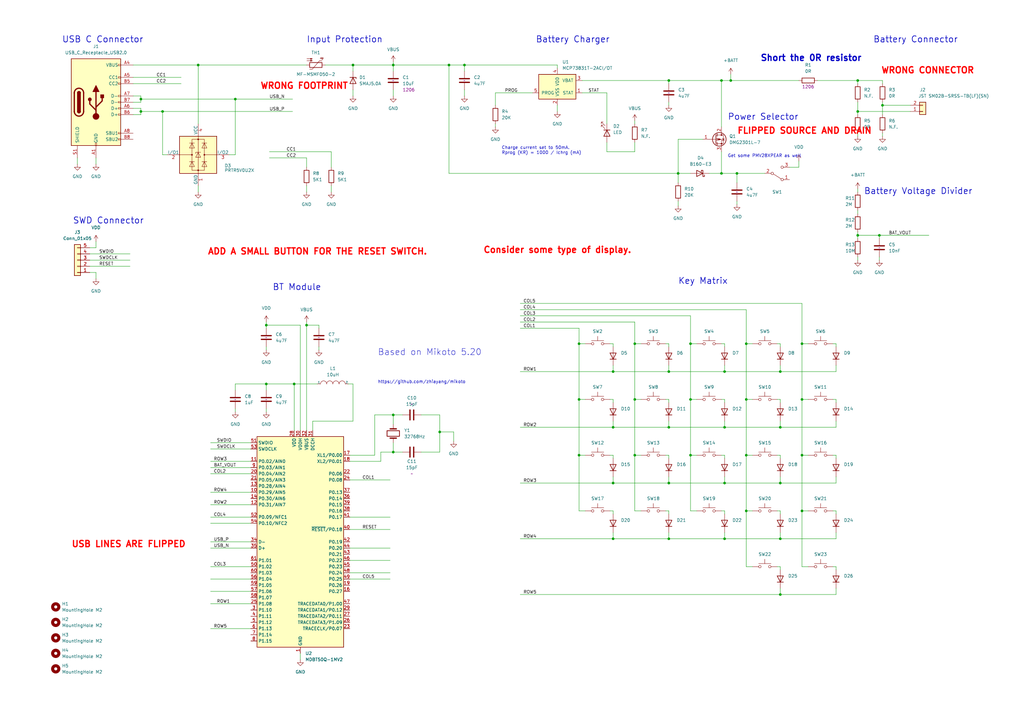
<source format=kicad_sch>
(kicad_sch (version 20230121) (generator eeschema)
  (paper "A3")
  (junction (at 306.07 140.97))
  (junction (at 283.21 163.83))
  (junction (at 320.04 243.84))
  (junction (at 144.78 26.67))
  (junction (at 260.35 140.97))
  (junction (at 328.93 209.55))
  (junction (at 297.18 175.26))
  (junction (at 328.93 163.83))
  (junction (at 66.675 45.72))
  (junction (at 320.04 152.4))
  (junction (at 274.32 152.4))
  (junction (at 295.91 33.02))
  (junction (at 96.52 40.64))
  (junction (at 57.785 45.72))
  (junction (at 306.07 209.55))
  (junction (at 109.22 133.35))
  (junction (at 283.21 140.97))
  (junction (at 295.91 71.12))
  (junction (at 361.95 43.18))
  (junction (at 260.35 163.83))
  (junction (at 161.29 170.18))
  (junction (at 237.49 140.97))
  (junction (at 57.785 40.64))
  (junction (at 274.32 220.98))
  (junction (at 360.68 96.52))
  (junction (at 320.04 198.12))
  (junction (at 251.46 152.4))
  (junction (at 351.79 45.72))
  (junction (at 274.32 198.12))
  (junction (at 351.79 96.52))
  (junction (at 320.04 175.26))
  (junction (at 328.93 140.97))
  (junction (at 180.34 177.165))
  (junction (at 251.46 220.98))
  (junction (at 184.15 26.67))
  (junction (at 299.72 33.02))
  (junction (at 297.18 220.98))
  (junction (at 297.18 152.4))
  (junction (at 306.07 163.83))
  (junction (at 297.18 198.12))
  (junction (at 161.29 185.42))
  (junction (at 260.35 186.69))
  (junction (at 351.79 33.02))
  (junction (at 278.13 71.12))
  (junction (at 328.93 186.69))
  (junction (at 125.73 133.35))
  (junction (at 237.49 163.83))
  (junction (at 320.04 220.98))
  (junction (at 283.21 186.69))
  (junction (at 274.32 33.02))
  (junction (at 274.32 175.26))
  (junction (at 120.65 157.48))
  (junction (at 237.49 186.69))
  (junction (at 81.28 26.67))
  (junction (at 302.26 71.12))
  (junction (at 109.22 157.48))
  (junction (at 251.46 175.26))
  (junction (at 161.29 26.67))
  (junction (at 190.5 26.67))
  (junction (at 306.07 186.69))
  (junction (at 251.46 198.12))
  (wire (pts (xy 306.07 186.69) (xy 308.61 186.69)))
  (wire (pts (xy 143.51 212.09) (xy 160.02 212.09)))
  (wire (pts (xy 328.93 232.41) (xy 328.93 209.55)))
  (wire (pts (xy 54.61 44.45) (xy 57.785 44.45)))
  (wire (pts (xy 66.675 45.72) (xy 66.675 63.5)))
  (wire (pts (xy 250.19 163.83) (xy 251.46 163.83)))
  (wire (pts (xy 341.63 209.55) (xy 342.9 209.55)))
  (wire (pts (xy 283.21 186.69) (xy 285.75 186.69)))
  (wire (pts (xy 172.72 185.42) (xy 180.34 185.42)))
  (wire (pts (xy 86.36 224.79) (xy 102.87 224.79)))
  (wire (pts (xy 351.79 95.25) (xy 351.79 96.52)))
  (wire (pts (xy 251.46 186.69) (xy 251.46 187.96)))
  (wire (pts (xy 342.9 163.83) (xy 342.9 165.1)))
  (wire (pts (xy 93.98 63.5) (xy 96.52 63.5)))
  (wire (pts (xy 248.92 58.42) (xy 248.92 62.23)))
  (wire (pts (xy 295.91 209.55) (xy 297.18 209.55)))
  (wire (pts (xy 133.35 26.67) (xy 144.78 26.67)))
  (wire (pts (xy 130.81 142.24) (xy 130.81 143.51)))
  (wire (pts (xy 360.68 105.41) (xy 360.68 106.68)))
  (wire (pts (xy 57.785 45.72) (xy 66.675 45.72)))
  (wire (pts (xy 320.04 209.55) (xy 320.04 210.82)))
  (wire (pts (xy 295.91 33.02) (xy 295.91 52.07)))
  (wire (pts (xy 237.49 186.69) (xy 240.03 186.69)))
  (wire (pts (xy 86.36 181.61) (xy 102.87 181.61)))
  (wire (pts (xy 342.9 195.58) (xy 342.9 198.12)))
  (wire (pts (xy 342.9 218.44) (xy 342.9 220.98)))
  (wire (pts (xy 123.19 133.35) (xy 123.19 176.53)))
  (wire (pts (xy 250.19 186.69) (xy 251.46 186.69)))
  (wire (pts (xy 109.22 157.48) (xy 109.22 160.02)))
  (wire (pts (xy 273.05 186.69) (xy 274.32 186.69)))
  (wire (pts (xy 274.32 220.98) (xy 297.18 220.98)))
  (wire (pts (xy 130.81 133.35) (xy 130.81 134.62)))
  (wire (pts (xy 295.91 186.69) (xy 297.18 186.69)))
  (wire (pts (xy 320.04 175.26) (xy 342.9 175.26)))
  (wire (pts (xy 273.05 209.55) (xy 274.32 209.55)))
  (wire (pts (xy 295.91 71.12) (xy 302.26 71.12)))
  (wire (pts (xy 125.73 68.58) (xy 125.73 64.77)))
  (wire (pts (xy 81.28 76.2) (xy 81.28 78.74)))
  (wire (pts (xy 54.61 31.75) (xy 74.295 31.75)))
  (wire (pts (xy 39.37 111.76) (xy 39.37 114.3)))
  (wire (pts (xy 66.675 45.72) (xy 120.015 45.72)))
  (wire (pts (xy 331.47 232.41) (xy 328.93 232.41)))
  (wire (pts (xy 36.83 111.76) (xy 39.37 111.76)))
  (wire (pts (xy 135.89 76.2) (xy 135.89 78.74)))
  (wire (pts (xy 161.29 181.61) (xy 161.29 185.42)))
  (wire (pts (xy 237.49 140.97) (xy 240.03 140.97)))
  (wire (pts (xy 228.6 43.18) (xy 228.6 45.72)))
  (wire (pts (xy 327.66 68.58) (xy 327.66 66.04)))
  (wire (pts (xy 184.15 26.67) (xy 190.5 26.67)))
  (wire (pts (xy 86.36 194.31) (xy 102.87 194.31)))
  (wire (pts (xy 240.03 209.55) (xy 237.49 209.55)))
  (wire (pts (xy 36.83 104.14) (xy 53.34 104.14)))
  (wire (pts (xy 86.36 191.77) (xy 102.87 191.77)))
  (wire (pts (xy 260.35 163.83) (xy 262.89 163.83)))
  (wire (pts (xy 251.46 175.26) (xy 251.46 172.72)))
  (wire (pts (xy 161.29 26.67) (xy 161.29 29.21)))
  (wire (pts (xy 320.04 241.3) (xy 320.04 243.84)))
  (wire (pts (xy 318.77 186.69) (xy 320.04 186.69)))
  (wire (pts (xy 248.92 62.23) (xy 260.35 62.23)))
  (wire (pts (xy 86.36 207.01) (xy 102.87 207.01)))
  (wire (pts (xy 86.36 222.25) (xy 102.87 222.25)))
  (wire (pts (xy 120.65 157.48) (xy 130.175 157.48)))
  (wire (pts (xy 125.73 133.35) (xy 125.73 176.53)))
  (wire (pts (xy 318.77 209.55) (xy 320.04 209.55)))
  (wire (pts (xy 109.22 142.24) (xy 109.22 143.51)))
  (wire (pts (xy 251.46 140.97) (xy 251.46 142.24)))
  (wire (pts (xy 260.35 140.97) (xy 260.35 132.08)))
  (wire (pts (xy 274.32 172.72) (xy 274.32 175.26)))
  (wire (pts (xy 285.75 209.55) (xy 283.21 209.55)))
  (wire (pts (xy 86.36 184.15) (xy 102.87 184.15)))
  (wire (pts (xy 213.36 198.12) (xy 251.46 198.12)))
  (wire (pts (xy 320.04 172.72) (xy 320.04 175.26)))
  (wire (pts (xy 361.95 43.18) (xy 361.95 46.99)))
  (wire (pts (xy 251.46 220.98) (xy 251.46 218.44)))
  (wire (pts (xy 288.29 57.15) (xy 278.13 57.15)))
  (wire (pts (xy 86.36 257.81) (xy 102.87 257.81)))
  (wire (pts (xy 308.61 232.41) (xy 306.07 232.41)))
  (wire (pts (xy 283.21 163.83) (xy 283.21 186.69)))
  (wire (pts (xy 142.875 157.48) (xy 144.78 157.48)))
  (wire (pts (xy 57.785 45.72) (xy 57.785 46.99)))
  (wire (pts (xy 341.63 163.83) (xy 342.9 163.83)))
  (wire (pts (xy 297.18 186.69) (xy 297.18 187.96)))
  (wire (pts (xy 351.79 96.52) (xy 360.68 96.52)))
  (wire (pts (xy 274.32 209.55) (xy 274.32 210.82)))
  (wire (pts (xy 143.51 189.23) (xy 156.21 189.23)))
  (wire (pts (xy 213.36 175.26) (xy 251.46 175.26)))
  (wire (pts (xy 203.2 38.1) (xy 203.2 43.18)))
  (wire (pts (xy 283.21 140.97) (xy 283.21 163.83)))
  (wire (pts (xy 328.93 163.83) (xy 331.47 163.83)))
  (wire (pts (xy 351.79 77.47) (xy 351.79 78.74)))
  (wire (pts (xy 251.46 209.55) (xy 251.46 210.82)))
  (wire (pts (xy 306.07 140.97) (xy 306.07 127)))
  (wire (pts (xy 161.29 185.42) (xy 156.21 185.42)))
  (wire (pts (xy 184.15 71.12) (xy 184.15 26.67)))
  (wire (pts (xy 39.37 64.77) (xy 39.37 67.31)))
  (wire (pts (xy 86.36 212.09) (xy 102.87 212.09)))
  (wire (pts (xy 96.52 40.64) (xy 96.52 63.5)))
  (wire (pts (xy 342.9 232.41) (xy 342.9 233.68)))
  (wire (pts (xy 109.22 133.35) (xy 123.19 133.35)))
  (wire (pts (xy 306.07 232.41) (xy 306.07 209.55)))
  (wire (pts (xy 274.32 33.02) (xy 295.91 33.02)))
  (wire (pts (xy 306.07 163.83) (xy 306.07 186.69)))
  (wire (pts (xy 297.18 152.4) (xy 320.04 152.4)))
  (wire (pts (xy 81.28 26.67) (xy 81.28 50.8)))
  (wire (pts (xy 260.35 186.69) (xy 262.89 186.69)))
  (wire (pts (xy 186.055 177.165) (xy 186.055 180.975)))
  (wire (pts (xy 144.78 26.67) (xy 144.78 29.21)))
  (wire (pts (xy 237.49 163.83) (xy 240.03 163.83)))
  (wire (pts (xy 320.04 140.97) (xy 320.04 142.24)))
  (wire (pts (xy 295.91 163.83) (xy 297.18 163.83)))
  (wire (pts (xy 237.49 140.97) (xy 237.49 163.83)))
  (wire (pts (xy 96.52 160.02) (xy 96.52 157.48)))
  (wire (pts (xy 54.61 34.29) (xy 74.295 34.29)))
  (wire (pts (xy 320.04 232.41) (xy 320.04 233.68)))
  (wire (pts (xy 36.83 101.6) (xy 39.37 101.6)))
  (wire (pts (xy 144.78 26.67) (xy 161.29 26.67)))
  (wire (pts (xy 86.36 214.63) (xy 102.87 214.63)))
  (wire (pts (xy 228.6 26.67) (xy 228.6 27.94)))
  (wire (pts (xy 86.36 237.49) (xy 102.87 237.49)))
  (wire (pts (xy 251.46 152.4) (xy 274.32 152.4)))
  (wire (pts (xy 86.36 247.65) (xy 102.87 247.65)))
  (wire (pts (xy 290.83 71.12) (xy 295.91 71.12)))
  (wire (pts (xy 299.72 30.48) (xy 299.72 33.02)))
  (wire (pts (xy 274.32 140.97) (xy 274.32 142.24)))
  (wire (pts (xy 297.18 198.12) (xy 320.04 198.12)))
  (wire (pts (xy 274.32 218.44) (xy 274.32 220.98)))
  (wire (pts (xy 36.83 109.22) (xy 53.34 109.22)))
  (wire (pts (xy 86.36 242.57) (xy 102.87 242.57)))
  (wire (pts (xy 283.21 186.69) (xy 283.21 209.55)))
  (wire (pts (xy 273.05 140.97) (xy 274.32 140.97)))
  (wire (pts (xy 278.13 71.12) (xy 278.13 74.93)))
  (wire (pts (xy 161.29 26.67) (xy 184.15 26.67)))
  (wire (pts (xy 331.47 209.55) (xy 328.93 209.55)))
  (wire (pts (xy 165.1 185.42) (xy 161.29 185.42)))
  (wire (pts (xy 297.18 149.86) (xy 297.18 152.4)))
  (wire (pts (xy 31.75 64.77) (xy 31.75 67.31)))
  (wire (pts (xy 153.67 170.18) (xy 161.29 170.18)))
  (wire (pts (xy 125.73 132.08) (xy 125.73 133.35)))
  (wire (pts (xy 57.785 40.64) (xy 96.52 40.64)))
  (wire (pts (xy 323.85 68.58) (xy 327.66 68.58)))
  (wire (pts (xy 128.27 172.72) (xy 128.27 176.53)))
  (wire (pts (xy 110.49 64.77) (xy 125.73 64.77)))
  (wire (pts (xy 361.95 43.18) (xy 373.38 43.18)))
  (wire (pts (xy 320.04 195.58) (xy 320.04 198.12)))
  (wire (pts (xy 318.77 140.97) (xy 320.04 140.97)))
  (wire (pts (xy 341.63 232.41) (xy 342.9 232.41)))
  (wire (pts (xy 318.77 232.41) (xy 320.04 232.41)))
  (wire (pts (xy 361.95 55.88) (xy 361.95 54.61)))
  (wire (pts (xy 360.68 96.52) (xy 381 96.52)))
  (wire (pts (xy 180.34 170.18) (xy 172.72 170.18)))
  (wire (pts (xy 274.32 149.86) (xy 274.32 152.4)))
  (wire (pts (xy 299.72 33.02) (xy 327.66 33.02)))
  (wire (pts (xy 251.46 163.83) (xy 251.46 165.1)))
  (wire (pts (xy 156.21 185.42) (xy 156.21 189.23)))
  (wire (pts (xy 274.32 33.02) (xy 274.32 34.29)))
  (wire (pts (xy 297.18 209.55) (xy 297.18 210.82)))
  (wire (pts (xy 250.19 209.55) (xy 251.46 209.55)))
  (wire (pts (xy 213.36 127) (xy 306.07 127)))
  (wire (pts (xy 297.18 218.44) (xy 297.18 220.98)))
  (wire (pts (xy 120.65 157.48) (xy 120.65 176.53)))
  (wire (pts (xy 54.61 39.37) (xy 57.785 39.37)))
  (wire (pts (xy 110.49 62.23) (xy 135.89 62.23)))
  (wire (pts (xy 213.36 132.08) (xy 260.35 132.08)))
  (wire (pts (xy 351.79 96.52) (xy 351.79 97.79)))
  (wire (pts (xy 351.79 45.72) (xy 351.79 46.99)))
  (wire (pts (xy 86.36 232.41) (xy 102.87 232.41)))
  (wire (pts (xy 68.58 63.5) (xy 66.675 63.5)))
  (wire (pts (xy 251.46 175.26) (xy 274.32 175.26)))
  (wire (pts (xy 260.35 140.97) (xy 262.89 140.97)))
  (wire (pts (xy 190.5 26.67) (xy 190.5 29.21)))
  (wire (pts (xy 306.07 140.97) (xy 306.07 163.83)))
  (wire (pts (xy 342.9 140.97) (xy 342.9 142.24)))
  (wire (pts (xy 320.04 198.12) (xy 342.9 198.12)))
  (wire (pts (xy 297.18 220.98) (xy 320.04 220.98)))
  (wire (pts (xy 320.04 220.98) (xy 342.9 220.98)))
  (wire (pts (xy 144.78 172.72) (xy 128.27 172.72)))
  (wire (pts (xy 306.07 140.97) (xy 308.61 140.97)))
  (wire (pts (xy 274.32 195.58) (xy 274.32 198.12)))
  (wire (pts (xy 328.93 140.97) (xy 328.93 124.46)))
  (wire (pts (xy 302.26 71.12) (xy 313.69 71.12)))
  (wire (pts (xy 297.18 175.26) (xy 320.04 175.26)))
  (wire (pts (xy 297.18 140.97) (xy 297.18 142.24)))
  (wire (pts (xy 302.26 71.12) (xy 302.26 74.93)))
  (wire (pts (xy 39.37 99.06) (xy 39.37 101.6)))
  (wire (pts (xy 361.95 33.02) (xy 361.95 34.29)))
  (wire (pts (xy 320.04 186.69) (xy 320.04 187.96)))
  (wire (pts (xy 251.46 152.4) (xy 251.46 149.86)))
  (wire (pts (xy 278.13 71.12) (xy 283.21 71.12)))
  (wire (pts (xy 135.89 62.23) (xy 135.89 68.58)))
  (wire (pts (xy 297.18 195.58) (xy 297.18 198.12)))
  (wire (pts (xy 237.49 140.97) (xy 237.49 134.62)))
  (wire (pts (xy 351.79 41.91) (xy 351.79 45.72)))
  (wire (pts (xy 109.22 167.64) (xy 109.22 168.91)))
  (wire (pts (xy 274.32 186.69) (xy 274.32 187.96)))
  (wire (pts (xy 109.22 133.35) (xy 109.22 134.62)))
  (wire (pts (xy 161.29 170.18) (xy 161.29 173.99)))
  (wire (pts (xy 328.93 163.83) (xy 328.93 186.69)))
  (wire (pts (xy 335.28 33.02) (xy 351.79 33.02)))
  (wire (pts (xy 180.34 177.165) (xy 186.055 177.165)))
  (wire (pts (xy 260.35 62.23) (xy 260.35 58.42)))
  (wire (pts (xy 260.35 140.97) (xy 260.35 163.83)))
  (wire (pts (xy 274.32 198.12) (xy 297.18 198.12)))
  (wire (pts (xy 213.36 243.84) (xy 320.04 243.84)))
  (wire (pts (xy 251.46 198.12) (xy 274.32 198.12)))
  (wire (pts (xy 161.29 170.18) (xy 165.1 170.18)))
  (wire (pts (xy 54.61 46.99) (xy 57.785 46.99)))
  (wire (pts (xy 238.76 33.02) (xy 274.32 33.02)))
  (wire (pts (xy 161.29 36.83) (xy 161.29 39.37)))
  (wire (pts (xy 351.79 86.36) (xy 351.79 87.63)))
  (wire (pts (xy 351.79 45.72) (xy 373.38 45.72)))
  (wire (pts (xy 218.44 38.1) (xy 203.2 38.1)))
  (wire (pts (xy 86.36 201.93) (xy 102.87 201.93)))
  (wire (pts (xy 153.67 186.69) (xy 153.67 170.18)))
  (wire (pts (xy 251.46 198.12) (xy 251.46 195.58)))
  (wire (pts (xy 342.9 186.69) (xy 342.9 187.96)))
  (wire (pts (xy 190.5 26.67) (xy 228.6 26.67)))
  (wire (pts (xy 328.93 186.69) (xy 331.47 186.69)))
  (wire (pts (xy 351.79 54.61) (xy 351.79 55.88)))
  (wire (pts (xy 143.51 234.95) (xy 160.02 234.95)))
  (wire (pts (xy 144.78 36.83) (xy 144.78 39.37)))
  (wire (pts (xy 130.81 133.35) (xy 125.73 133.35)))
  (wire (pts (xy 278.13 71.12) (xy 184.15 71.12)))
  (wire (pts (xy 297.18 172.72) (xy 297.18 175.26)))
  (wire (pts (xy 320.04 149.86) (xy 320.04 152.4)))
  (wire (pts (xy 143.51 217.17) (xy 160.02 217.17)))
  (wire (pts (xy 260.35 50.8) (xy 260.35 49.53)))
  (wire (pts (xy 306.07 163.83) (xy 308.61 163.83)))
  (wire (pts (xy 125.73 76.2) (xy 125.73 78.74)))
  (wire (pts (xy 274.32 41.91) (xy 274.32 43.18)))
  (wire (pts (xy 274.32 152.4) (xy 297.18 152.4)))
  (wire (pts (xy 250.19 140.97) (xy 251.46 140.97)))
  (wire (pts (xy 274.32 175.26) (xy 297.18 175.26)))
  (wire (pts (xy 180.34 170.18) (xy 180.34 177.165)))
  (wire (pts (xy 260.35 186.69) (xy 260.35 209.55)))
  (wire (pts (xy 278.13 57.15) (xy 278.13 71.12)))
  (wire (pts (xy 295.91 140.97) (xy 297.18 140.97)))
  (wire (pts (xy 295.91 33.02) (xy 299.72 33.02)))
  (wire (pts (xy 361.95 41.91) (xy 361.95 43.18)))
  (wire (pts (xy 180.34 177.165) (xy 180.34 185.42)))
  (wire (pts (xy 109.22 157.48) (xy 120.65 157.48)))
  (wire (pts (xy 320.04 218.44) (xy 320.04 220.98)))
  (wire (pts (xy 283.21 140.97) (xy 283.21 129.54)))
  (wire (pts (xy 342.9 172.72) (xy 342.9 175.26)))
  (wire (pts (xy 96.52 167.64) (xy 96.52 168.91)))
  (wire (pts (xy 302.26 82.55) (xy 302.26 83.82)))
  (wire (pts (xy 273.05 163.83) (xy 274.32 163.83)))
  (wire (pts (xy 360.68 96.52) (xy 360.68 97.79)))
  (wire (pts (xy 36.83 106.68) (xy 53.34 106.68)))
  (wire (pts (xy 109.22 132.08) (xy 109.22 133.35)))
  (wire (pts (xy 295.91 71.12) (xy 295.91 62.23)))
  (wire (pts (xy 328.93 140.97) (xy 331.47 140.97)))
  (wire (pts (xy 320.04 163.83) (xy 320.04 165.1)))
  (wire (pts (xy 341.63 140.97) (xy 342.9 140.97)))
  (wire (pts (xy 320.04 243.84) (xy 342.9 243.84)))
  (wire (pts (xy 213.36 152.4) (xy 251.46 152.4)))
  (wire (pts (xy 328.93 140.97) (xy 328.93 163.83)))
  (wire (pts (xy 81.28 26.67) (xy 125.73 26.67)))
  (wire (pts (xy 328.93 186.69) (xy 328.93 209.55)))
  (wire (pts (xy 342.9 149.86) (xy 342.9 152.4)))
  (wire (pts (xy 351.79 33.02) (xy 361.95 33.02)))
  (wire (pts (xy 237.49 163.83) (xy 237.49 186.69)))
  (wire (pts (xy 283.21 140.97) (xy 285.75 140.97)))
  (wire (pts (xy 86.36 189.23) (xy 102.87 189.23)))
  (wire (pts (xy 318.77 163.83) (xy 320.04 163.83)))
  (wire (pts (xy 161.29 25.4) (xy 161.29 26.67)))
  (wire (pts (xy 342.9 209.55) (xy 342.9 210.82)))
  (wire (pts (xy 351.79 105.41) (xy 351.79 106.68)))
  (wire (pts (xy 308.61 209.55) (xy 306.07 209.55)))
  (wire (pts (xy 57.785 39.37) (xy 57.785 40.64)))
  (wire (pts (xy 213.36 129.54) (xy 283.21 129.54)))
  (wire (pts (xy 278.13 82.55) (xy 278.13 84.455)))
  (wire (pts (xy 96.52 157.48) (xy 109.22 157.48)))
  (wire (pts (xy 143.51 229.87) (xy 160.02 229.87)))
  (wire (pts (xy 251.46 220.98) (xy 274.32 220.98)))
  (wire (pts (xy 237.49 186.69) (xy 237.49 209.55)))
  (wire (pts (xy 57.785 40.64) (xy 57.785 41.91)))
  (wire (pts (xy 57.785 44.45) (xy 57.785 45.72)))
  (wire (pts (xy 144.78 157.48) (xy 144.78 172.72)))
  (wire (pts (xy 213.36 124.46) (xy 328.93 124.46)))
  (wire (pts (xy 260.35 163.83) (xy 260.35 186.69)))
  (wire (pts (xy 54.61 41.91) (xy 57.785 41.91)))
  (wire (pts (xy 351.79 33.02) (xy 351.79 34.29)))
  (wire (pts (xy 190.5 36.83) (xy 190.5 39.37)))
  (wire (pts (xy 306.07 186.69) (xy 306.07 209.55)))
  (wire (pts (xy 341.63 186.69) (xy 342.9 186.69)))
  (wire (pts (xy 123.19 270.51) (xy 123.19 267.97)))
  (wire (pts (xy 96.52 40.64) (xy 120.015 40.64)))
  (wire (pts (xy 143.51 237.49) (xy 160.02 237.49)))
  (wire (pts (xy 274.32 163.83) (xy 274.32 165.1)))
  (wire (pts (xy 297.18 163.83) (xy 297.18 165.1)))
  (wire (pts (xy 238.76 38.1) (xy 248.92 38.1)))
  (wire (pts (xy 143.51 224.79) (xy 160.02 224.79)))
  (wire (pts (xy 213.36 220.98) (xy 251.46 220.98)))
  (wire (pts (xy 283.21 163.83) (xy 285.75 163.83)))
  (wire (pts (xy 143.51 196.85) (xy 160.02 196.85)))
  (wire (pts (xy 143.51 186.69) (xy 153.67 186.69)))
  (wire (pts (xy 248.92 38.1) (xy 248.92 50.8)))
  (wire (pts (xy 342.9 241.3) (xy 342.9 243.84)))
  (wire (pts (xy 213.36 134.62) (xy 237.49 134.62)))
  (wire (pts (xy 203.2 50.8) (xy 203.2 52.07)))
  (wire (pts (xy 262.89 209.55) (xy 260.35 209.55)))
  (wire (pts (xy 54.61 26.67) (xy 81.28 26.67)))
  (wire (pts (xy 320.04 152.4) (xy 342.9 152.4)))
  (text "Get some PMV28XPEAR as well" (at 298.45 64.77 0) (effects (font (size 1.27 1.27)) (justify left bottom)))
  (text "Consider some type of display. \n" (at 198.12 104.14 0) (effects (font (size 2.54 2.54) bold) (justify left bottom)))
  (text "WRONG CONNECTOR" (at 361.315 30.48 0) (effects (font (size 2.54 2.54) bold) (justify left bottom)))
  (text "Power Selector" (at 298.45 49.53 0) (effects (font (size 2.54 2.54) (thickness 0.254) bold) (justify left bottom)))
  (text "Battery Voltage Divider\n" (at 354.33 80.01 0) (effects (font (size 2.54 2.54) (thickness 0.254) bold) (justify left bottom)))
  (text "Input Protection" (at 125.73 17.78 0) (effects (font (size 2.54 2.54) (thickness 0.254) bold) (justify left bottom)))
  (text "Based on Mikoto 5.20" (at 154.94 146.05 0) (effects (font (size 2.54 2.54)) (justify left bottom)))
  (text "FLIPPED SOURCE AND DRAIN" (at 302.26 55.245 0) (effects (font (size 2.54 2.54) (thickness 0.508) bold) (justify left bottom)))
  (text "WRONG FOOTPRINT\n" (at 106.68 36.83 0) (effects (font (size 2.54 2.54) bold) (justify left bottom)))
  (text "SWD Connector" (at 29.845 92.075 0) (effects (font (size 2.54 2.54) (thickness 0.254) bold) (justify left bottom)))
  (text "USB LINES ARE FLIPPED" (at 29.21 224.79 0) (effects (font (size 2.54 2.54) bold) (justify left bottom)))
  (text "ADD A SMALL BUTTON FOR THE RESET SWITCH." (at 85.09 104.775 0) (effects (font (size 2.54 2.54) bold) (justify left bottom)))
  (text "Key Matrix" (at 278.13 116.84 0) (effects (font (size 2.54 2.54) (thickness 0.254) bold) (justify left bottom)))
  (text "USB C Connector " (at 25.4 17.78 0) (effects (font (size 2.54 2.54) (thickness 0.254) bold) (justify left bottom)))
  (text "Short the 0R resistor" (at 311.785 25.4 0) (effects (font (size 2.54 2.54) bold) (justify left bottom)))
  (text "Battery Connector" (at 358.14 17.78 0) (effects (font (size 2.54 2.54) (thickness 0.254) bold) (justify left bottom)))
  (text "Battery Charger" (at 219.71 17.78 0) (effects (font (size 2.54 2.54) (thickness 0.254) bold) (justify left bottom)))
  (text "BT Module" (at 111.76 119.38 0) (effects (font (size 2.54 2.54) (thickness 0.254) bold) (justify left bottom)))
  (text "Charge current set to 50mA.\nRprog (KR) = 1000 / Ichrg (mA)\n" (at 205.74 63.5 0) (effects (font (size 1.27 1.27)) (justify left bottom)))
  (text "https://github.com/zhiayang/mikoto" (at 154.94 157.48 0) (effects (font (size 1.27 1.27)) (justify left bottom)))
  (label "ROW3" (at 214.63 198.12 0))
  (label "ROW2" (at 87.63 207.01 0))
  (label "USB_N" (at 87.63 224.79 0))
  (label "ROW1" (at 88.9 247.65 0))
  (label "COL3" (at 214.63 129.54 0))
  (label "CC1" (at 64.135 31.75 0))
  (label "RESET" (at 40.64 109.22 0))
  (label "SWDIO" (at 40.64 104.14 0))
  (label "COL5" (at 214.63 124.46 0))
  (label "ROW3" (at 87.63 189.23 0))
  (label "USB_N" (at 110.49 40.64 0))
  (label "SWDIO" (at 88.9 181.61 0))
  (label "CC2" (at 117.475 64.77 0))
  (label "CC2" (at 64.135 34.29 0))
  (label "ROW5" (at 214.63 243.84 0))
  (label "SWDCLK" (at 88.9 184.15 0))
  (label "COL3" (at 87.63 232.41 0))
  (label "PROG" (at 207.01 38.1 0))
  (label "ROW2" (at 214.63 175.26 0))
  (label "COL1" (at 214.63 134.62 0))
  (label "BAT_VOUT" (at 87.63 191.77 0))
  (label "CC1" (at 117.475 62.23 0))
  (label "BAT_VOUT" (at 364.49 96.52 0))
  (label "STAT" (at 241.3 38.1 0))
  (label "COL2" (at 214.63 132.08 0))
  (label "ROW5" (at 87.63 257.81 0))
  (label "ROW4" (at 87.63 201.93 0))
  (label "RESET" (at 148.59 217.17 0))
  (label "USB_P" (at 87.63 222.25 0))
  (label "ROW1" (at 214.63 152.4 0))
  (label "SWDCLK" (at 40.64 106.68 0))
  (label "ROW4" (at 214.63 220.98 0))
  (label "COL4" (at 214.63 127 0))
  (label "COL1" (at 148.59 196.85 0))
  (label "COL2" (at 87.63 194.31 0))
  (label "COL4" (at 87.63 212.09 0))
  (label "USB_P" (at 110.49 45.72 0))
  (label "COL5" (at 148.59 237.49 0))
  (symbol (lib_id "Device:C") (at 302.26 78.74 0) (unit 1)
    (property "Reference" "C4" (at 306.07 77.4699 0) (effects (justify left)))
    (property "Value" "4u7F" (at 306.07 80.0099 0) (effects (justify left)))
    (property "Footprint" "Capacitor_SMD:C_0603_1608Metric_Pad1.08x0.95mm_HandSolder" (effects hide))
    (property "Datasheet" "~" (at 302.26 78.74 0))
    (property "Voltage" "10V" (effects hide))
    (property "Size" "0603" (effects hide))
  )
  (symbol (lib_id "Connector_Generic:Conn_01x05") (at 31.75 106.68 180) (unit 1)
    (property "Reference" "J3" (at 31.75 95.25 0))
    (property "Value" "Conn_01x05" (at 31.75 97.79 0))
    (property "Footprint" "Connector_PinHeader_2.54mm:PinHeader_1x05_P2.54mm_Vertical" (effects hide))
  )
  (symbol (lib_id "Device:C") (at 109.22 138.43 0) (unit 1)
    (property "Reference" "C6" (at 113.03 137.1599 0) (effects (justify left)))
    (property "Value" "4u7F" (at 113.03 139.6999 0) (effects (justify left)))
    (property "Footprint" "Capacitor_SMD:C_0603_1608Metric_Pad1.08x0.95mm_HandSolder" (effects hide))
    (property "Datasheet" "~" (at 109.22 138.43 0))
    (property "Voltage" "10V" (effects hide))
    (property "Size" "0603" (effects hide))
  )
  (symbol (lib_id "Device:D_Zener") (at 144.78 33.02 270) (unit 1)
    (property "Reference" "D1" (at 147.32 31.7499 90) (effects (justify left)))
    (property "Value" "SMAJ5.0A" (at 147.32 34.2899 90) (effects (justify left)))
    (property "Footprint" "Diode_SMD:D_SMA" (effects hide))
    (property "Manufacturer" "Littelfuse" (effects hide))
    (property "Manufacturer Part Number" "SMAJ5.0A" (effects hide))
  )
  (symbol (lib_id "Switch:SW_Push") (at 290.83 163.83 0) (unit 1)
    (property "Reference" "SW9" (at 290.83 158.75 0))
    (property "Value" "SW_Push" (effects hide))
    (property "Footprint" "BT_Module_Test:Kailh_socket_PG1350" (effects hide))
    (property "Manufacturer" "Kailh" (effects hide))
    (property "Manufacturer Part Number" "PG1350" (effects hide))
  )
  (symbol (lib_id "Diode:1N4148W") (at 274.32 168.91 90) (unit 1)
    (property "Reference" "D11" (at 277.495 167.6399 90) (effects (justify right)))
    (property "Value" "1N4148W" (effects hide))
    (property "Footprint" "Diode_SMD:D_SOD-123" (effects hide))
    (property "Datasheet" "https://www.vishay.com/docs/85748/1n4148w.pdf" (effects hide))
    (property "Manufacturer" "onsemi" (effects hide))
    (property "Manufacturer Part Number" "1N4148W" (effects hide))
  )
  (symbol (lib_id "power:GND") (at 125.73 78.74 0) (unit 1)
    (property "Reference" "#PWR017" (effects hide))
    (property "Value" "GND" (at 125.73 83.82 0))
  )
  (symbol (lib_id "Device:R") (at 351.79 101.6 0) (unit 1)
    (property "Reference" "R13" (at 346.71 100.33 0) (effects (justify left)))
    (property "Value" "10M" (at 346.71 102.87 0) (effects (justify left)))
    (property "Footprint" "Resistor_SMD:R_0603_1608Metric_Pad0.98x0.95mm_HandSolder" (effects hide))
    (property "Size" "0603" (effects hide))
  )
  (symbol (lib_id "power:GND") (at 39.37 67.31 0) (unit 1)
    (property "Reference" "#PWR014" (effects hide))
    (property "Value" "GND" (at 39.37 72.39 0))
  )
  (symbol (lib_id "power:GND") (at 39.37 114.3 0) (unit 1)
    (property "Reference" "#PWR023" (effects hide))
    (property "Value" "GND" (at 39.37 119.38 0))
  )
  (symbol (lib_id "Mechanical:MountingHole") (at 22.86 274.32 0) (unit 1) (in_bom no)
    (property "Reference" "H5" (at 25.4 273.0499 0) (effects (justify left)))
    (property "Value" "MountingHole M2" (at 25.4 275.5899 0) (effects (justify left)))
    (property "Footprint" "MountingHole:MountingHole_2.2mm_M2_ISO14580" (effects hide))
  )
  (symbol (lib_id "Diode:1N4148W") (at 342.9 191.77 90) (unit 1)
    (property "Reference" "D19" (at 346.075 190.4999 90) (effects (justify right)))
    (property "Value" "1N4148W" (effects hide))
    (property "Footprint" "Diode_SMD:D_SOD-123" (effects hide))
    (property "Datasheet" "https://www.vishay.com/docs/85748/1n4148w.pdf" (effects hide))
    (property "Manufacturer" "onsemi" (effects hide))
    (property "Manufacturer Part Number" "1N4148W" (effects hide))
  )
  (symbol (lib_id "Diode:1N4148W") (at 342.9 168.91 90) (unit 1)
    (property "Reference" "D14" (at 346.075 167.6399 90) (effects (justify right)))
    (property "Value" "1N4148W" (effects hide))
    (property "Footprint" "Diode_SMD:D_SOD-123" (effects hide))
    (property "Datasheet" "https://www.vishay.com/docs/85748/1n4148w.pdf" (effects hide))
    (property "Manufacturer" "onsemi" (effects hide))
    (property "Manufacturer Part Number" "1N4148W" (effects hide))
  )
  (symbol (lib_id "Switch:SW_Push") (at 267.97 209.55 0) (unit 1)
    (property "Reference" "SW18" (at 267.97 204.47 0))
    (property "Value" "SW_Push" (effects hide))
    (property "Footprint" "BT_Module_Test:Kailh_socket_PG1350" (effects hide))
    (property "Manufacturer" "Kailh" (effects hide))
    (property "Manufacturer Part Number" "PG1350" (effects hide))
  )
  (symbol (lib_id "Switch:SW_Push") (at 336.55 209.55 0) (unit 1)
    (property "Reference" "SW21" (at 336.55 204.47 0))
    (property "Value" "SW_Push" (effects hide))
    (property "Footprint" "BT_Module_Test:Kailh_socket_PG1350" (effects hide))
    (property "Manufacturer" "Kailh" (effects hide))
    (property "Manufacturer Part Number" "PG1350" (effects hide))
  )
  (symbol (lib_id "Diode:1N4148W") (at 274.32 146.05 90) (unit 1)
    (property "Reference" "D6" (at 277.495 144.7799 90) (effects (justify right)))
    (property "Value" "1N4148W" (effects hide))
    (property "Footprint" "Diode_SMD:D_SOD-123" (effects hide))
    (property "Datasheet" "https://www.vishay.com/docs/85748/1n4148w.pdf" (effects hide))
    (property "Manufacturer" "onsemi" (effects hide))
    (property "Manufacturer Part Number" "1N4148W" (effects hide))
  )
  (symbol (lib_id "power:GND") (at 302.26 83.82 0) (unit 1)
    (property "Reference" "#PWR019" (effects hide))
    (property "Value" "GND" (at 302.26 88.9 0))
  )
  (symbol (lib_id "Diode:1N4148W") (at 342.9 214.63 90) (unit 1)
    (property "Reference" "D24" (at 346.075 213.3599 90) (effects (justify right)))
    (property "Value" "1N4148W" (effects hide))
    (property "Footprint" "Diode_SMD:D_SOD-123" (effects hide))
    (property "Datasheet" "https://www.vishay.com/docs/85748/1n4148w.pdf" (effects hide))
    (property "Manufacturer" "onsemi" (effects hide))
    (property "Manufacturer Part Number" "1N4148W" (effects hide))
  )
  (symbol (lib_id "power:+BATT") (at 351.79 77.47 0) (unit 1)
    (property "Reference" "#PWR015" (effects hide))
    (property "Value" "+BATT" (at 351.79 71.755 0))
  )
  (symbol (lib_id "Device:C") (at 161.29 33.02 0) (unit 1)
    (property "Reference" "C1" (at 165.1 31.7499 0) (effects (justify left)))
    (property "Value" "10uF" (at 165.1 34.29 0) (effects (justify left)))
    (property "Footprint" "Capacitor_SMD:C_1206_3216Metric_Pad1.33x1.80mm_HandSolder" (effects hide))
    (property "Datasheet" "~" (at 161.29 33.02 0))
    (property "Voltage" "10V" (effects hide))
    (property "Size" "1206" (at 167.64 36.83 0))
  )
  (symbol (lib_id "Switch:SW_Push") (at 245.11 163.83 0) (unit 1)
    (property "Reference" "SW7" (at 245.11 158.75 0))
    (property "Value" "SW_Push" (effects hide))
    (property "Footprint" "BT_Module_Test:Kailh_socket_PG1350" (effects hide))
    (property "Manufacturer" "Kailh" (effects hide))
    (property "Manufacturer Part Number" "PG1350" (effects hide))
  )
  (symbol (lib_id "Device:C") (at 360.68 101.6 0) (unit 1)
    (property "Reference" "C5" (at 364.49 100.3299 0) (effects (justify left)))
    (property "Value" "10nF" (at 364.49 102.8699 0) (effects (justify left)))
    (property "Footprint" "Capacitor_SMD:C_0603_1608Metric_Pad1.08x0.95mm_HandSolder" (effects hide))
    (property "Datasheet" "~" (at 360.68 101.6 0))
    (property "Voltage" "10V" (effects hide))
    (property "Size" "0603" (effects hide))
  )
  (symbol (lib_id "Switch:SW_Push") (at 267.97 186.69 0) (unit 1)
    (property "Reference" "SW13" (at 267.97 181.61 0))
    (property "Value" "SW_Push" (effects hide))
    (property "Footprint" "BT_Module_Test:Kailh_socket_PG1350" (effects hide))
    (property "Manufacturer" "Kailh" (effects hide))
    (property "Manufacturer Part Number" "PG1350" (effects hide))
  )
  (symbol (lib_id "power:GND") (at 130.81 143.51 0) (unit 1)
    (property "Reference" "#PWR027" (effects hide))
    (property "Value" "GND" (at 130.81 148.59 0))
  )
  (symbol (lib_id "Switch:SW_SPDT") (at 318.77 71.12 0) (mirror x) (unit 1)
    (property "Reference" "SW1" (at 318.77 78.74 0))
    (property "Value" "SW_SPDT PCM12SMTR" (effects hide))
    (property "Footprint" "Button_Switch_SMD:SW_SPDT_PCM12" (effects hide))
    (property "Manufacturer" "C&K" (effects hide))
    (property "Manufacturer Part Number" "PCM12SMTR" (effects hide))
  )
  (symbol (lib_id "Device:R") (at 361.95 50.8 0) (unit 1)
    (property "Reference" "R6" (at 364.49 49.5299 0) (effects (justify left)))
    (property "Value" "N.F." (at 364.49 52.0699 0) (effects (justify left)))
    (property "Footprint" "Resistor_SMD:R_0603_1608Metric_Pad0.98x0.95mm_HandSolder" (effects hide))
    (property "Size" "0603" (effects hide))
  )
  (symbol (lib_id "power:VBUS") (at 125.73 132.08 0) (unit 1)
    (property "Reference" "#PWR025" (effects hide))
    (property "Value" "VBUS" (at 125.73 127 0))
  )
  (symbol (lib_id "Connector:USB_C_Receptacle_USB2.0") (at 39.37 41.91 0) (unit 1)
    (property "Reference" "J1" (at 39.37 19.05 0))
    (property "Value" "USB_C_Receptacle_USB2.0" (at 39.37 21.59 0))
    (property "Footprint" "Connector_USB:USB_C_Receptacle_Palconn_UTC16-G" (effects hide))
    (property "Datasheet" "https://www.usb.org/sites/default/files/documents/usb_type-c.zip" (effects hide))
    (property "Manufacturer" "GCT" (effects hide))
    (property "Manufacturer Part Number" "USB4105-GF-A" (effects hide))
  )
  (symbol (lib_id "Switch:SW_Push") (at 313.69 163.83 0) (unit 1)
    (property "Reference" "SW10" (at 313.69 158.75 0))
    (property "Value" "SW_Push" (effects hide))
    (property "Footprint" "BT_Module_Test:Kailh_socket_PG1350" (effects hide))
    (property "Manufacturer" "Kailh" (effects hide))
    (property "Manufacturer Part Number" "PG1350" (effects hide))
  )
  (symbol (lib_id "Diode:1N4148W") (at 251.46 146.05 90) (unit 1)
    (property "Reference" "D5" (at 254.635 144.7799 90) (effects (justify right)))
    (property "Value" "1N4148W" (effects hide))
    (property "Footprint" "Diode_SMD:D_SOD-123" (effects hide))
    (property "Datasheet" "https://www.vishay.com/docs/85748/1n4148w.pdf" (effects hide))
    (property "Manufacturer" "onsemi" (effects hide))
    (property "Manufacturer Part Number" "1N4148W" (effects hide))
  )
  (symbol (lib_id "power:GND") (at 186.055 180.975 0) (unit 1)
    (property "Reference" "#PWR030" (effects hide))
    (property "Value" "GND" (at 186.055 186.055 0))
  )
  (symbol (lib_id "Device:Thermistor_PTC") (at 129.54 26.67 270) (unit 1)
    (property "Reference" "TH1" (at 129.54 21.59 90))
    (property "Value" "MF-MSMF050-2" (at 129.54 30.48 90))
    (property "Footprint" "Resistor_SMD:R_1218_3246Metric_Pad1.22x4.75mm_HandSolder" (effects hide))
    (property "Manufacturer" "Bourns" (effects hide))
    (property "Manufacturer Part Number" "MF-MSMF050-2" (effects hide))
    (property "Size" "1814" (effects hide))
  )
  (symbol (lib_id "Device:R") (at 351.79 38.1 0) (unit 1)
    (property "Reference" "R2" (at 354.33 36.8299 0) (effects (justify left)))
    (property "Value" "N.F." (at 354.33 39.3699 0) (effects (justify left)))
    (property "Footprint" "Resistor_SMD:R_0603_1608Metric_Pad0.98x0.95mm_HandSolder" (effects hide))
    (property "Size" "0603" (effects hide))
  )
  (symbol (lib_id "Switch:SW_Push") (at 313.69 140.97 0) (unit 1)
    (property "Reference" "SW5" (at 313.69 135.89 0))
    (property "Value" "SW_Push" (effects hide))
    (property "Footprint" "BT_Module_Test:Kailh_socket_PG1350" (effects hide))
    (property "Manufacturer" "Kailh" (effects hide))
    (property "Manufacturer Part Number" "PG1350" (effects hide))
  )
  (symbol (lib_id "Diode:1N4148W") (at 320.04 168.91 90) (unit 1)
    (property "Reference" "D13" (at 323.215 167.6399 90) (effects (justify right)))
    (property "Value" "1N4148W" (effects hide))
    (property "Footprint" "Diode_SMD:D_SOD-123" (effects hide))
    (property "Datasheet" "https://www.vishay.com/docs/85748/1n4148w.pdf" (effects hide))
    (property "Manufacturer" "onsemi" (effects hide))
    (property "Manufacturer Part Number" "1N4148W" (effects hide))
  )
  (symbol (lib_id "Switch:SW_Push") (at 245.11 186.69 0) (unit 1)
    (property "Reference" "SW12" (at 245.11 181.61 0))
    (property "Value" "SW_Push" (effects hide))
    (property "Footprint" "BT_Module_Test:Kailh_socket_PG1350" (effects hide))
    (property "Manufacturer" "Kailh" (effects hide))
    (property "Manufacturer Part Number" "PG1350" (effects hide))
  )
  (symbol (lib_id "power:GND") (at 109.22 143.51 0) (unit 1)
    (property "Reference" "#PWR026" (effects hide))
    (property "Value" "GND" (at 109.22 148.59 0))
  )
  (symbol (lib_id "Switch:SW_Push") (at 290.83 209.55 0) (unit 1)
    (property "Reference" "SW19" (at 290.83 204.47 0))
    (property "Value" "SW_Push" (effects hide))
    (property "Footprint" "BT_Module_Test:Kailh_socket_PG1350" (effects hide))
    (property "Manufacturer" "Kailh" (effects hide))
    (property "Manufacturer Part Number" "PG1350" (effects hide))
  )
  (symbol (lib_id "power:VDD") (at 109.22 132.08 0) (unit 1)
    (property "Reference" "#PWR024" (effects hide))
    (property "Value" "VDD" (at 109.22 126.365 0))
  )
  (symbol (lib_id "RF_Module:MDBT50Q-1MV2") (at 123.19 222.25 0) (unit 1)
    (property "Reference" "U2" (at 125.2094 267.97 0) (effects (justify left)))
    (property "Value" "MDBT50Q-1MV2" (at 125.2094 270.51 0) (effects (justify left)))
    (property "Footprint" "RF_Module:Raytac_MDBT50Q" (effects hide))
    (property "Datasheet" "https://www.raytac.com/download/index.php?index_id=43" (effects hide))
    (property "Manufacturer" "Raytac" (effects hide))
    (property "Manufacturer Part Number" "MDBT50Q-1MV2" (effects hide))
  )
  (symbol (lib_id "Switch:SW_Push") (at 313.69 209.55 0) (unit 1)
    (property "Reference" "SW20" (at 313.69 204.47 0))
    (property "Value" "SW_Push" (effects hide))
    (property "Footprint" "BT_Module_Test:Kailh_socket_PG1350" (effects hide))
    (property "Manufacturer" "Kailh" (effects hide))
    (property "Manufacturer Part Number" "PG1350" (effects hide))
  )
  (symbol (lib_id "power:GND") (at 31.75 67.31 0) (unit 1)
    (property "Reference" "#PWR013" (effects hide))
    (property "Value" "GND" (at 31.75 72.39 0))
  )
  (symbol (lib_id "Diode:1N4148W") (at 251.46 191.77 90) (unit 1)
    (property "Reference" "D15" (at 254.635 190.4999 90) (effects (justify right)))
    (property "Value" "1N4148W" (effects hide))
    (property "Footprint" "Diode_SMD:D_SOD-123" (effects hide))
    (property "Datasheet" "https://www.vishay.com/docs/85748/1n4148w.pdf" (effects hide))
    (property "Manufacturer" "onsemi" (effects hide))
    (property "Manufacturer Part Number" "1N4148W" (effects hide))
  )
  (symbol (lib_id "Switch:SW_Push") (at 267.97 163.83 0) (unit 1)
    (property "Reference" "SW8" (at 267.97 158.75 0))
    (property "Value" "SW_Push" (effects hide))
    (property "Footprint" "BT_Module_Test:Kailh_socket_PG1350" (effects hide))
    (property "Manufacturer" "Kailh" (effects hide))
    (property "Manufacturer Part Number" "PG1350" (effects hide))
  )
  (symbol (lib_id "Diode:B160-E3") (at 287.02 71.12 180) (unit 1)
    (property "Reference" "D4" (at 287.3375 64.77 0))
    (property "Value" "B160-E3" (at 287.3375 67.31 0))
    (property "Footprint" "Diode_SMD:D_SMA" (effects hide))
    (property "Datasheet" "http://www.vishay.com/docs/88946/b120.pdf" (effects hide))
    (property "Manufacturer" "Vishay" (effects hide))
    (property "Manufacturer Part Number" "B160-E3/61T" (effects hide))
  )
  (symbol (lib_id "power:GND") (at 135.89 78.74 0) (unit 1)
    (property "Reference" "#PWR018" (effects hide))
    (property "Value" "GND" (at 135.89 83.82 0))
  )
  (symbol (lib_id "Device:R") (at 125.73 72.39 0) (unit 1)
    (property "Reference" "R8" (at 128.27 71.1199 0) (effects (justify left)))
    (property "Value" "5K1" (at 128.27 73.6599 0) (effects (justify left)))
    (property "Footprint" "Resistor_SMD:R_0603_1608Metric_Pad0.98x0.95mm_HandSolder" (effects hide))
    (property "Size" "0603" (effects hide))
  )
  (symbol (lib_id "Device:R") (at 351.79 91.44 0) (unit 1)
    (property "Reference" "R12" (at 346.71 90.17 0) (effects (justify left)))
    (property "Value" "2M" (at 346.71 92.71 0) (effects (justify left)))
    (property "Footprint" "Resistor_SMD:R_0603_1608Metric_Pad0.98x0.95mm_HandSolder" (effects hide))
    (property "Size" "0603" (effects hide))
  )
  (symbol (lib_id "Device:R") (at 331.47 33.02 90) (unit 1)
    (property "Reference" "R1" (at 331.47 26.67 90))
    (property "Value" "0R" (at 331.47 29.21 90))
    (property "Footprint" "Resistor_SMD:R_1206_3216Metric_Pad1.30x1.75mm_HandSolder" (effects hide))
    (property "Size" "1206" (at 331.47 35.56 90))
  )
  (symbol (lib_id "power:GND") (at 351.79 55.88 0) (unit 1)
    (property "Reference" "#PWR010" (effects hide))
    (property "Value" "GND" (at 351.79 60.96 0))
  )
  (symbol (lib_id "Device:R") (at 361.95 38.1 0) (unit 1)
    (property "Reference" "R3" (at 364.49 36.8299 0) (effects (justify left)))
    (property "Value" "0R" (at 364.49 39.3699 0) (effects (justify left)))
    (property "Footprint" "Resistor_SMD:R_0603_1608Metric_Pad0.98x0.95mm_HandSolder" (effects hide))
    (property "Size" "0603" (effects hide))
  )
  (symbol (lib_id "power:GND") (at 190.5 39.37 0) (unit 1)
    (property "Reference" "#PWR05" (effects hide))
    (property "Value" "GND" (at 190.5 44.45 0))
  )
  (symbol (lib_id "Device:R") (at 260.35 54.61 0) (unit 1)
    (property "Reference" "R7" (at 262.89 53.3399 0) (effects (justify left)))
    (property "Value" "N.F." (at 262.89 55.8799 0) (effects (justify left)))
    (property "Footprint" "Resistor_SMD:R_0603_1608Metric_Pad0.98x0.95mm_HandSolder" (effects hide))
    (property "Size" "0603" (effects hide))
  )
  (symbol (lib_id "Device:C") (at 130.81 138.43 0) (unit 1)
    (property "Reference" "C7" (at 134.62 137.1599 0) (effects (justify left)))
    (property "Value" "4u7F" (at 134.62 139.6999 0) (effects (justify left)))
    (property "Footprint" "Capacitor_SMD:C_0603_1608Metric_Pad1.08x0.95mm_HandSolder" (effects hide))
    (property "Datasheet" "~" (at 130.81 138.43 0))
    (property "Voltage" "10V" (effects hide))
    (property "Size" "0603" (effects hide))
  )
  (symbol (lib_id "power:GND") (at 96.52 168.91 0) (unit 1)
    (property "Reference" "#PWR028" (effects hide))
    (property "Value" "GND" (at 96.52 173.99 0))
  )
  (symbol (lib_id "Device:C") (at 168.91 170.18 270) (unit 1)
    (property "Reference" "C10" (at 168.91 163.195 90))
    (property "Value" "15pF" (at 168.91 165.735 90))
    (property "Footprint" "Capacitor_SMD:C_0603_1608Metric_Pad1.08x0.95mm_HandSolder" (effects hide))
    (property "Datasheet" "~" (at 168.91 165.735 90))
    (property "Voltage" "10V" (effects hide))
    (property "Size" "0603" (effects hide))
  )
  (symbol (lib_id "power:VBUS") (at 161.29 25.4 0) (unit 1)
    (property "Reference" "#PWR01" (effects hide))
    (property "Value" "VBUS" (at 161.29 20.32 0))
  )
  (symbol (lib_id "Connector_Generic:Conn_01x02") (at 378.46 45.72 0) (mirror x) (unit 1)
    (property "Reference" "J2" (at 378.46 36.83 0))
    (property "Value" "JST SM02B-SRSS-TB(LF)(SN)" (at 391.16 39.37 0))
    (property "Footprint" "Connector_JST:JST_SH_SM02B-SRSS-TB_1x02-1MP_P1.00mm_Horizontal" (effects hide))
    (property "Manufacturer" "JST" (effects hide))
    (property "Manufacturer Part Number" "SM02B-SRSS-TB(LF)(SN)" (effects hide))
  )
  (symbol (lib_id "Diode:1N4148W") (at 274.32 214.63 90) (unit 1)
    (property "Reference" "D21" (at 277.495 213.3599 90) (effects (justify right)))
    (property "Value" "1N4148W" (effects hide))
    (property "Footprint" "Diode_SMD:D_SOD-123" (effects hide))
    (property "Datasheet" "https://www.vishay.com/docs/85748/1n4148w.pdf" (effects hide))
    (property "Manufacturer" "onsemi" (effects hide))
    (property "Manufacturer Part Number" "1N4148W" (effects hide))
  )
  (symbol (lib_id "Mechanical:MountingHole") (at 22.86 267.97 0) (unit 1) (in_bom no)
    (property "Reference" "H4" (at 25.4 266.6999 0) (effects (justify left)))
    (property "Value" "MountingHole M2" (at 25.4 269.2399 0) (effects (justify left)))
    (property "Footprint" "MountingHole:MountingHole_2.2mm_M2_ISO14580" (effects hide))
  )
  (symbol (lib_id "Device:LED") (at 248.92 54.61 270) (unit 1)
    (property "Reference" "D2" (at 251.46 51.7524 90) (effects (justify left)))
    (property "Value" "LED" (at 251.46 54.2924 90) (effects (justify left)))
    (property "Footprint" "LED_SMD:LED_1206_3216Metric_ReverseMount_Hole1.8x2.4mm" (effects hide))
  )
  (symbol (lib_id "power:GND") (at 123.19 270.51 0) (unit 1)
    (property "Reference" "#PWR031" (effects hide))
    (property "Value" "GND" (at 123.19 275.59 0))
  )
  (symbol (lib_id "power:VDD") (at 327.66 66.04 0) (unit 1)
    (property "Reference" "#PWR012" (effects hide))
    (property "Value" "VDD" (at 327.66 60.325 0))
  )
  (symbol (lib_id "Power_Protection:PRTR5V0U2X") (at 81.28 63.5 0) (unit 1)
    (property "Reference" "D3" (at 92.075 67.945 0) (effects (justify left)))
    (property "Value" "PRTR5V0U2X" (at 92.075 69.85 0) (effects (justify left)))
    (property "Footprint" "Package_TO_SOT_SMD:SOT-143" (effects hide))
    (property "Datasheet" "https://assets.nexperia.com/documents/data-sheet/PRTR5V0U2X.pdf" (effects hide))
    (property "Manufacturer" "Nexperia" (effects hide))
    (property "Manufacturer Part Number" "PRTR5V0U2X" (effects hide))
  )
  (symbol (lib_id "Switch:SW_Push") (at 290.83 140.97 0) (unit 1)
    (property "Reference" "SW4" (at 290.83 135.89 0))
    (property "Value" "SW_Push" (effects hide))
    (property "Footprint" "BT_Module_Test:Kailh_socket_PG1350" (effects hide))
    (property "Manufacturer" "Kailh" (effects hide))
    (property "Manufacturer Part Number" "PG1350" (effects hide))
  )
  (symbol (lib_id "Device:Crystal") (at 161.29 177.8 270) (unit 1)
    (property "Reference" "Y1" (at 165.735 176.53 90) (effects (justify left)))
    (property "Value" "32768Hz" (at 165.735 179.07 90) (effects (justify left)))
    (property "Footprint" "Crystal:Crystal_SMD_3215-2Pin_3.2x1.5mm" (effects hide))
    (property "Manufacturer" "Abracon" (effects hide))
    (property "Manufacturer Part Number" "ABS07-32.768KHZ-T" (effects hide))
  )
  (symbol (lib_id "power:GND") (at 278.13 84.455 0) (unit 1)
    (property "Reference" "#PWR020" (effects hide))
    (property "Value" "GND" (at 278.13 89.535 0))
  )
  (symbol (lib_id "power:+BATT") (at 299.72 30.48 0) (unit 1)
    (property "Reference" "#PWR02" (effects hide))
    (property "Value" "+BATT" (at 299.72 24.765 0))
  )
  (symbol (lib_id "Switch:SW_Push") (at 336.55 186.69 0) (unit 1)
    (property "Reference" "SW16" (at 336.55 181.61 0))
    (property "Value" "SW_Push" (effects hide))
    (property "Footprint" "BT_Module_Test:Kailh_socket_PG1350" (effects hide))
    (property "Manufacturer" "Kailh" (effects hide))
    (property "Manufacturer Part Number" "PG1350" (effects hide))
  )
  (symbol (lib_id "Mechanical:MountingHole") (at 22.86 255.27 0) (unit 1) (in_bom no)
    (property "Reference" "H2" (at 25.4 253.9999 0) (effects (justify left)))
    (property "Value" "MountingHole M2" (at 25.4 256.5399 0) (effects (justify left)))
    (property "Footprint" "MountingHole:MountingHole_2.2mm_M2_ISO14580" (effects hide))
  )
  (symbol (lib_id "Switch:SW_Push") (at 313.69 186.69 0) (unit 1)
    (property "Reference" "SW15" (at 313.69 181.61 0))
    (property "Value" "SW_Push" (effects hide))
    (property "Footprint" "BT_Module_Test:Kailh_socket_PG1350" (effects hide))
    (property "Manufacturer" "Kailh" (effects hide))
    (property "Manufacturer Part Number" "PG1350" (effects hide))
  )
  (symbol (lib_id "Device:R") (at 351.79 82.55 0) (unit 1)
    (property "Reference" "R11" (at 346.71 81.28 0) (effects (justify left)))
    (property "Value" "2M" (at 346.71 83.82 0) (effects (justify left)))
    (property "Footprint" "Resistor_SMD:R_0603_1608Metric_Pad0.98x0.95mm_HandSolder" (effects hide))
    (property "Size" "0603" (effects hide))
  )
  (symbol (lib_id "Switch:SW_Push") (at 245.11 140.97 0) (unit 1)
    (property "Reference" "SW2" (at 245.11 135.89 0))
    (property "Value" "SW_Push" (effects hide))
    (property "Footprint" "BT_Module_Test:Kailh_socket_PG1350" (effects hide))
    (property "Manufacturer" "Kailh" (effects hide))
    (property "Manufacturer Part Number" "PG1350" (effects hide))
  )
  (symbol (lib_id "Diode:1N4148W") (at 320.04 214.63 90) (unit 1)
    (property "Reference" "D23" (at 323.215 213.3599 90) (effects (justify right)))
    (property "Value" "1N4148W" (effects hide))
    (property "Footprint" "Diode_SMD:D_SOD-123" (effects hide))
    (property "Datasheet" "https://www.vishay.com/docs/85748/1n4148w.pdf" (effects hide))
    (property "Manufacturer" "onsemi" (effects hide))
    (property "Manufacturer Part Number" "1N4148W" (effects hide))
  )
  (symbol (lib_id "Diode:1N4148W") (at 251.46 168.91 90) (unit 1)
    (property "Reference" "D10" (at 254.635 167.6399 90) (effects (justify right)))
    (property "Value" "1N4148W" (effects hide))
    (property "Footprint" "Diode_SMD:D_SOD-123" (effects hide))
    (property "Datasheet" "https://www.vishay.com/docs/85748/1n4148w.pdf" (effects hide))
    (property "Manufacturer" "onsemi" (effects hide))
    (property "Manufacturer Part Number" "1N4148W" (effects hide))
  )
  (symbol (lib_id "Switch:SW_Push") (at 313.69 232.41 0) (unit 1)
    (property "Reference" "SW22" (at 313.69 227.33 0))
    (property "Value" "SW_Push" (effects hide))
    (property "Footprint" "BT_Module_Test:Kailh_socket_PG1350" (effects hide))
    (property "Manufacturer" "Kailh" (effects hide))
    (property "Manufacturer Part Number" "PG1350" (effects hide))
  )
  (symbol (lib_id "Diode:1N4148W") (at 342.9 237.49 90) (unit 1)
    (property "Reference" "D26" (at 346.075 236.2199 90) (effects (justify right)))
    (property "Value" "1N4148W" (effects hide))
    (property "Footprint" "Diode_SMD:D_SOD-123" (effects hide))
    (property "Datasheet" "https://www.vishay.com/docs/85748/1n4148w.pdf" (effects hide))
    (property "Manufacturer" "onsemi" (effects hide))
    (property "Manufacturer Part Number" "1N4148W" (effects hide))
  )
  (symbol (lib_id "Diode:1N4148W") (at 320.04 191.77 90) (unit 1)
    (property "Reference" "D18" (at 323.215 190.4999 90) (effects (justify right)))
    (property "Value" "1N4148W" (effects hide))
    (property "Footprint" "Diode_SMD:D_SOD-123" (effects hide))
    (property "Datasheet" "https://www.vishay.com/docs/85748/1n4148w.pdf" (effects hide))
    (property "Manufacturer" "onsemi" (effects hide))
    (property "Manufacturer Part Number" "1N4148W" (effects hide))
  )
  (symbol (lib_id "Diode:1N4148W") (at 342.9 146.05 90) (unit 1)
    (property "Reference" "D9" (at 346.075 144.7799 90) (effects (justify right)))
    (property "Value" "1N4148W" (effects hide))
    (property "Footprint" "Diode_SMD:D_SOD-123" (effects hide))
    (property "Datasheet" "https://www.vishay.com/docs/85748/1n4148w.pdf" (effects hide))
    (property "Manufacturer" "onsemi" (effects hide))
    (property "Manufacturer Part Number" "1N4148W" (effects hide))
  )
  (symbol (lib_id "power:VBUS") (at 260.35 49.53 0) (unit 1)
    (property "Reference" "#PWR08" (effects hide))
    (property "Value" "VBUS" (at 260.35 44.45 0))
  )
  (symbol (lib_id "Switch:SW_Push") (at 336.55 232.41 0) (unit 1)
    (property "Reference" "SW23" (at 336.55 227.33 0))
    (property "Value" "SW_Push" (effects hide))
    (property "Footprint" "BT_Module_Test:Kailh_socket_PG1350" (effects hide))
    (property "Manufacturer" "Kailh" (effects hide))
    (property "Manufacturer Part Number" "PG1350" (effects hide))
  )
  (symbol (lib_id "Diode:1N4148W") (at 320.04 237.49 90) (unit 1)
    (property "Reference" "D25" (at 323.215 236.2199 90) (effects (justify right)))
    (property "Value" "1N4148W" (effects hide))
    (property "Footprint" "Diode_SMD:D_SOD-123" (effects hide))
    (property "Datasheet" "https://www.vishay.com/docs/85748/1n4148w.pdf" (effects hide))
    (property "Manufacturer" "onsemi" (effects hide))
    (property "Manufacturer Part Number" "1N4148W" (effects hide))
  )
  (symbol (lib_id "Device:R") (at 351.79 50.8 0) (unit 1)
    (property "Reference" "R5" (at 354.33 49.5299 0) (effects (justify left)))
    (property "Value" "0R" (at 354.33 52.0699 0) (effects (justify left)))
    (property "Footprint" "Resistor_SMD:R_0603_1608Metric_Pad0.98x0.95mm_HandSolder" (effects hide))
    (property "Size" "0603" (effects hide))
  )
  (symbol (lib_id "Switch:SW_Push") (at 290.83 186.69 0) (unit 1)
    (property "Reference" "SW14" (at 290.83 181.61 0))
    (property "Value" "SW_Push" (effects hide))
    (property "Footprint" "BT_Module_Test:Kailh_socket_PG1350" (effects hide))
    (property "Manufacturer" "Kailh" (effects hide))
    (property "Manufacturer Part Number" "PG1350" (effects hide))
  )
  (symbol (lib_id "power:GND") (at 351.79 106.68 0) (unit 1)
    (property "Reference" "#PWR021" (effects hide))
    (property "Value" "GND" (at 351.79 111.76 0))
  )
  (symbol (lib_id "power:GND") (at 161.29 39.37 0) (unit 1)
    (property "Reference" "#PWR04" (effects hide))
    (property "Value" "GND" (at 161.29 44.45 0))
  )
  (symbol (lib_id "Device:C") (at 109.22 163.83 0) (unit 1)
    (property "Reference" "C9" (at 113.03 162.5599 0) (effects (justify left)))
    (property "Value" "4u7F" (at 113.03 165.0999 0) (effects (justify left)))
    (property "Footprint" "Capacitor_SMD:C_0603_1608Metric_Pad1.08x0.95mm_HandSolder" (effects hide))
    (property "Datasheet" "~" (at 109.22 163.83 0))
    (property "Voltage" "10V" (effects hide))
    (property "Size" "0603" (effects hide))
  )
  (symbol (lib_id "power:GND") (at 361.95 55.88 0) (unit 1)
    (property "Reference" "#PWR011" (effects hide))
    (property "Value" "GND" (at 361.95 60.96 0))
  )
  (symbol (lib_id "Diode:1N4148W") (at 274.32 191.77 90) (unit 1)
    (property "Reference" "D16" (at 277.495 190.4999 90) (effects (justify right)))
    (property "Value" "1N4148W" (effects hide))
    (property "Footprint" "Diode_SMD:D_SOD-123" (effects hide))
    (property "Datasheet" "https://www.vishay.com/docs/85748/1n4148w.pdf" (effects hide))
    (property "Manufacturer" "onsemi" (effects hide))
    (property "Manufacturer Part Number" "1N4148W" (effects hide))
  )
  (symbol (lib_id "Mechanical:MountingHole") (at 22.86 261.62 0) (unit 1) (in_bom no)
    (property "Reference" "H3" (at 25.4 260.3499 0) (effects (justify left)))
    (property "Value" "MountingHole M2" (at 25.4 262.8899 0) (effects (justify left)))
    (property "Footprint" "MountingHole:MountingHole_2.2mm_M2_ISO14580" (effects hide))
  )
  (symbol (lib_id "Device:C") (at 274.32 38.1 0) (unit 1)
    (property "Reference" "C3" (at 278.13 36.8299 0) (effects (justify left)))
    (property "Value" "4u7F" (at 278.13 39.3699 0) (effects (justify left)))
    (property "Footprint" "Capacitor_SMD:C_0603_1608Metric_Pad1.08x0.95mm_HandSolder" (effects hide))
    (property "Datasheet" "~" (at 274.32 38.1 0))
    (property "Voltage" "10V" (effects hide))
    (property "Size" "0603" (effects hide))
  )
  (symbol (lib_id "power:GND") (at 274.32 43.18 0) (unit 1)
    (property "Reference" "#PWR06" (effects hide))
    (property "Value" "GND" (at 274.32 48.26 0))
  )
  (symbol (lib_id "Switch:SW_Push") (at 245.11 209.55 0) (unit 1)
    (property "Reference" "SW17" (at 245.11 204.47 0))
    (property "Value" "SW_Push" (effects hide))
    (property "Footprint" "BT_Module_Test:Kailh_socket_PG1350" (effects hide))
    (property "Manufacturer" "Kailh" (effects hide))
    (property "Manufacturer Part Number" "PG1350" (effects hide))
  )
  (symbol (lib_id "Diode:1N4148W") (at 297.18 191.77 90) (unit 1)
    (property "Reference" "D17" (at 300.355 190.4999 90) (effects (justify right)))
    (property "Value" "1N4148W" (effects hide))
    (property "Footprint" "Diode_SMD:D_SOD-123" (effects hide))
    (property "Datasheet" "https://www.vishay.com/docs/85748/1n4148w.pdf" (effects hide))
    (property "Manufacturer" "onsemi" (effects hide))
    (property "Manufacturer Part Number" "1N4148W" (effects hide))
  )
  (symbol (lib_id "Device:R") (at 203.2 46.99 0) (unit 1)
    (property "Reference" "R4" (at 205.74 45.7199 0) (effects (justify left)))
    (property "Value" "20K" (at 205.74 48.2599 0) (effects (justify left)))
    (property "Footprint" "Resistor_SMD:R_0603_1608Metric_Pad0.98x0.95mm_HandSolder" (effects hide))
    (property "Size" "0603" (effects hide))
  )
  (symbol (lib_id "Device:R") (at 135.89 72.39 0) (unit 1)
    (property "Reference" "R9" (at 138.43 71.1199 0) (effects (justify left)))
    (property "Value" "5K1" (at 138.43 73.6599 0) (effects (justify left)))
    (property "Footprint" "Resistor_SMD:R_0603_1608Metric_Pad0.98x0.95mm_HandSolder" (effects hide))
    (property "Size" "0603" (effects hide))
  )
  (symbol (lib_id "power:GND") (at 81.28 78.74 0) (unit 1)
    (property "Reference" "#PWR016" (effects hide))
    (property "Value" "GND" (at 81.28 83.82 0))
  )
  (symbol (lib_id "pspice:INDUCTOR") (at 136.525 157.48 0) (unit 1)
    (property "Reference" "L1" (at 136.525 151.13 0))
    (property "Value" "10uH" (at 136.525 153.67 0))
    (property "Footprint" "Inductor_SMD:L_0805_2012Metric_Pad1.05x1.20mm_HandSolder" (effects hide))
    (property "Manufacturer" "Taiyo Yuden" (effects hide))
    (property "Manufacturer Part Number" "LBR2012T100K" (effects hide))
  )
  (symbol (lib_id "Device:C") (at 168.91 185.42 270) (mirror x) (unit 1)
    (property "Reference" "C11" (at 168.91 189.23 90))
    (property "Value" "15pF" (at 168.91 191.77 90))
    (property "Footprint" "Capacitor_SMD:C_0603_1608Metric_Pad1.08x0.95mm_HandSolder" (effects hide))
    (property "Datasheet" "~" (at 168.91 194.31 90))
    (property "Voltage" "10V" (effects hide))
    (property "Size" "0603" (effects hide))
  )
  (symbol (lib_id "Switch:SW_Push") (at 336.55 163.83 0) (unit 1)
    (property "Reference" "SW11" (at 336.55 158.75 0))
    (property "Value" "SW_Push" (effects hide))
    (property "Footprint" "BT_Module_Test:Kailh_socket_PG1350" (effects hide))
    (property "Manufacturer" "Kailh" (effects hide))
    (property "Manufacturer Part Number" "PG1350" (effects hide))
  )
  (symbol (lib_id "power:GND") (at 228.6 45.72 0) (unit 1)
    (property "Reference" "#PWR07" (effects hide))
    (property "Value" "GND" (at 228.6 50.8 0))
  )
  (symbol (lib_id "power:GND") (at 109.22 168.91 0) (unit 1)
    (property "Reference" "#PWR029" (effects hide))
    (property "Value" "GND" (at 109.22 173.99 0))
  )
  (symbol (lib_id "power:VDD") (at 39.37 99.06 0) (unit 1)
    (property "Reference" "#PWR0101" (effects hide))
    (property "Value" "VDD" (at 39.37 93.345 0))
  )
  (symbol (lib_id "Diode:1N4148W") (at 297.18 214.63 90) (unit 1)
    (property "Reference" "D22" (at 300.355 213.3599 90) (effects (justify right)))
    (property "Value" "1N4148W" (effects hide))
    (property "Footprint" "Diode_SMD:D_SOD-123" (effects hide))
    (property "Datasheet" "https://www.vishay.com/docs/85748/1n4148w.pdf" (effects hide))
    (property "Manufacturer" "onsemi" (effects hide))
    (property "Manufacturer Part Number" "1N4148W" (effects hide))
  )
  (symbol (lib_id "Switch:SW_Push") (at 336.55 140.97 0) (unit 1)
    (property "Reference" "SW6" (at 336.55 135.89 0))
    (property "Value" "SW_Push" (effects hide))
    (property "Footprint" "BT_Module_Test:Kailh_socket_PG1350" (effects hide))
    (property "Manufacturer" "Kailh" (effects hide))
    (property "Manufacturer Part Number" "PG1350" (effects hide))
  )
  (symbol (lib_id "Battery_Management:MCP73832-2-OT") (at 228.6 35.56 0) (unit 1)
    (property "Reference" "U1" (at 230.6194 25.4 0) (effects (justify left)))
    (property "Value" "MCP73831T-2ACI/OT" (at 230.6194 27.94 0) (effects (justify left)))
    (property "Footprint" "Package_TO_SOT_SMD:SOT-23-5" (effects hide))
    (property "Datasheet" "http://ww1.microchip.com/downloads/en/DeviceDoc/20001984g.pdf" (effects hide))
    (property "Manufacturer" "Microchip" (effects hide))
    (property "Manufacturer Part Number" "MCP73831T-2ACI/OT" (effects hide))
  )
  (symbol (lib_id "Device:R") (at 278.13 78.74 0) (unit 1)
    (property "Reference" "R10" (at 280.67 77.4699 0) (effects (justify left)))
    (property "Value" "20K" (at 280.67 80.0099 0) (effects (justify left)))
    (property "Footprint" "Resistor_SMD:R_0603_1608Metric_Pad0.98x0.95mm_HandSolder" (effects hide))
    (property "Size" "0603" (effects hide))
  )
  (symbol (lib_id "Diode:1N4148W") (at 251.46 214.63 90) (unit 1)
    (property "Reference" "D20" (at 254.635 213.3599 90) (effects (justify right)))
    (property "Value" "1N4148W" (effects hide))
    (property "Footprint" "Diode_SMD:D_SOD-123" (effects hide))
    (property "Datasheet" "https://www.vishay.com/docs/85748/1n4148w.pdf" (effects hide))
    (property "Manufacturer" "onsemi" (effects hide))
    (property "Manufacturer Part Number" "1N4148W" (effects hide))
  )
  (symbol (lib_id "Device:Q_PMOS_GDS") (at 293.37 57.15 0) (unit 1)
    (property "Reference" "Q1" (at 299.085 55.8799 0) (effects (justify left)))
    (property "Value" "DMG2301L-7" (at 299.085 58.4199 0) (effects (justify left)))
    (property "Footprint" "Package_TO_SOT_SMD:TSOT-23_HandSoldering" (effects hide))
    (property "Manufacturer" "Diodes Inc." (effects hide))
    (property "Manufacturer Part Number" "DMG2301L-7" (effects hide))
  )
  (symbol (lib_id "power:GND") (at 144.78 39.37 0) (unit 1)
    (property "Reference" "#PWR03" (effects hide))
    (property "Value" "GND" (at 144.78 44.45 0))
  )
  (symbol (lib_id "Device:C") (at 96.52 163.83 0) (unit 1)
    (property "Reference" "C8" (at 100.33 162.5599 0) (effects (justify left)))
    (property "Value" "1uF" (at 100.33 165.0999 0) (effects (justify left)))
    (property "Footprint" "Capacitor_SMD:C_0603_1608Metric_Pad1.08x0.95mm_HandSolder" (effects hide))
    (property "Datasheet" "~" (at 96.52 163.83 0))
    (property "Voltage" "10V" (effects hide))
    (property "Size" "0603" (effects hide))
  )
  (symbol (lib_id "Device:C") (at 190.5 33.02 0) (unit 1)
    (property "Reference" "C2" (at 194.31 31.7499 0) (effects (justify left)))
    (property "Value" "4u7F" (at 194.31 34.2899 0) (effects (justify left)))
    (property "Footprint" "Capacitor_SMD:C_0603_1608Metric_Pad1.08x0.95mm_HandSolder" (effects hide))
    (property "Datasheet" "~" (at 190.5 33.02 0))
    (property "Voltage" "10V" (effects hide))
    (property "Size" "0603" (effects hide))
  )
  (symbol (lib_id "Diode:1N4148W") (at 297.18 146.05 90) (unit 1)
    (property "Reference" "D7" (at 300.355 144.7799 90) (effects (justify right)))
    (property "Value" "1N4148W" (effects hide))
    (property "Footprint" "Diode_SMD:D_SOD-123" (effects hide))
    (property "Datasheet" "https://www.vishay.com/docs/85748/1n4148w.pdf" (effects hide))
    (property "Manufacturer" "onsemi" (effects hide))
    (property "Manufacturer Part Number" "1N4148W" (effects hide))
  )
  (symbol (lib_id "Mechanical:MountingHole") (at 22.86 248.92 0) (unit 1) (in_bom no)
    (property "Reference" "H1" (at 25.4 247.6499 0) (effects (justify left)))
    (property "Value" "MountingHole M2" (at 25.4 250.1899 0) (effects (justify left)))
    (property "Footprint" "MountingHole:MountingHole_2.2mm_M2_ISO14580" (effects hide))
  )
  (symbol (lib_id "power:GND") (at 203.2 52.07 0) (unit 1)
    (property "Reference" "#PWR09" (effects hide))
    (property "Value" "GND" (at 203.2 57.15 0))
  )
  (symbol (lib_id "power:GND") (at 360.68 106.68 0) (unit 1)
    (property "Reference" "#PWR022" (effects hide))
    (property "Value" "GND" (at 360.68 111.76 0))
  )
  (symbol (lib_id "Diode:1N4148W") (at 297.18 168.91 90) (unit 1)
    (property "Reference" "D12" (at 300.355 167.6399 90) (effects (justify right)))
    (property "Value" "1N4148W" (effects hide))
    (property "Footprint" "Diode_SMD:D_SOD-123" (effects hide))
    (property "Datasheet" "https://www.vishay.com/docs/85748/1n4148w.pdf" (effects hide))
    (property "Manufacturer" "onsemi" (effects hide))
    (property "Manufacturer Part Number" "1N4148W" (effects hide))
  )
  (symbol (lib_id "Switch:SW_Push") (at 267.97 140.97 0) (unit 1)
    (property "Reference" "SW3" (at 267.97 135.89 0))
    (property "Value" "SW_Push" (effects hide))
    (property "Footprint" "BT_Module_Test:Kailh_socket_PG1350" (effects hide))
    (property "Manufacturer" "Kailh" (effects hide))
    (property "Manufacturer Part Number" "PG1350" (effects hide))
  )
  (symbol (lib_id "Diode:1N4148W") (at 320.04 146.05 90) (unit 1)
    (property "Reference" "D8" (at 323.215 144.7799 90) (effects (justify right)))
    (property "Value" "1N4148W" (effects hide))
    (property "Footprint" "Diode_SMD:D_SOD-123" (effects hide))
    (property "Datasheet" "https://www.vishay.com/docs/85748/1n4148w.pdf" (effects hide))
    (property "Manufacturer" "onsemi" (effects hide))
    (property "Manufacturer Part Number" "1N4148W" (effects hide))
  )
)
</source>
